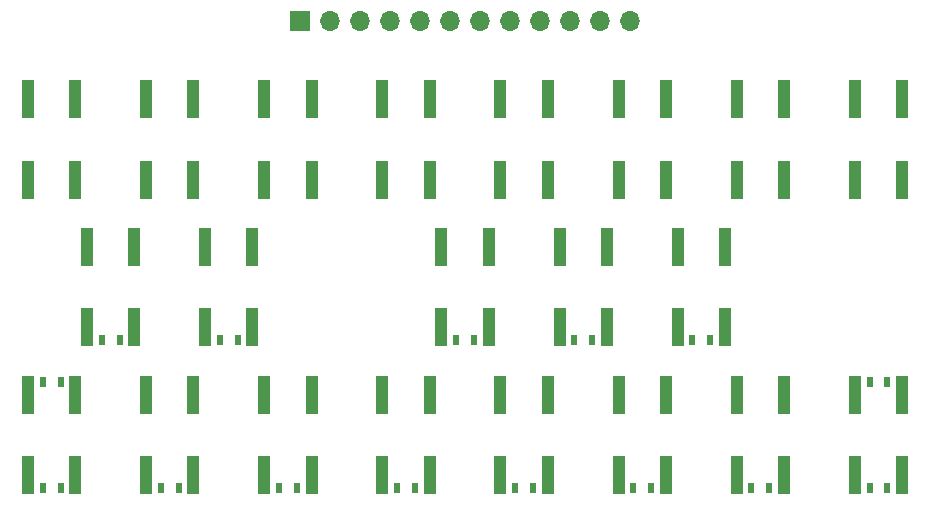
<source format=gbr>
G04 #@! TF.GenerationSoftware,KiCad,Pcbnew,(5.1.5-0-10_14)*
G04 #@! TF.CreationDate,2021-02-06T16:20:19+00:00*
G04 #@! TF.ProjectId,keyboard,6b657962-6f61-4726-942e-6b696361645f,rev?*
G04 #@! TF.SameCoordinates,Original*
G04 #@! TF.FileFunction,Copper,L1,Top*
G04 #@! TF.FilePolarity,Positive*
%FSLAX46Y46*%
G04 Gerber Fmt 4.6, Leading zero omitted, Abs format (unit mm)*
G04 Created by KiCad (PCBNEW (5.1.5-0-10_14)) date 2021-02-06 16:20:19*
%MOMM*%
%LPD*%
G04 APERTURE LIST*
%ADD10O,1.700000X1.700000*%
%ADD11R,1.700000X1.700000*%
%ADD12R,1.000000X3.200000*%
%ADD13R,0.500000X0.900000*%
G04 APERTURE END LIST*
D10*
X165940000Y-82000000D03*
X163400000Y-82000000D03*
X160860000Y-82000000D03*
X158320000Y-82000000D03*
X155780000Y-82000000D03*
X153240000Y-82000000D03*
X150700000Y-82000000D03*
X148160000Y-82000000D03*
X145620000Y-82000000D03*
X143080000Y-82000000D03*
X140540000Y-82000000D03*
D11*
X138000000Y-82000000D03*
D12*
X185000000Y-113600000D03*
X185000000Y-120400000D03*
X189000000Y-113600000D03*
X189000000Y-120400000D03*
X179000000Y-120400000D03*
X179000000Y-113600000D03*
X175000000Y-120400000D03*
X175000000Y-113600000D03*
X174000000Y-107900000D03*
X174000000Y-101100000D03*
X170000000Y-107900000D03*
X170000000Y-101100000D03*
X165000000Y-113600000D03*
X165000000Y-120400000D03*
X169000000Y-113600000D03*
X169000000Y-120400000D03*
X164000000Y-107900000D03*
X164000000Y-101100000D03*
X160000000Y-107900000D03*
X160000000Y-101100000D03*
X155000000Y-113600000D03*
X155000000Y-120400000D03*
X159000000Y-113600000D03*
X159000000Y-120400000D03*
X154000000Y-107900000D03*
X154000000Y-101100000D03*
X150000000Y-107900000D03*
X150000000Y-101100000D03*
X145000000Y-113600000D03*
X145000000Y-120400000D03*
X149000000Y-113600000D03*
X149000000Y-120400000D03*
X139000000Y-120400000D03*
X139000000Y-113600000D03*
X135000000Y-120400000D03*
X135000000Y-113600000D03*
X130000000Y-101100000D03*
X130000000Y-107900000D03*
X134000000Y-101100000D03*
X134000000Y-107900000D03*
X129000000Y-120400000D03*
X129000000Y-113600000D03*
X125000000Y-120400000D03*
X125000000Y-113600000D03*
X120000000Y-101100000D03*
X120000000Y-107900000D03*
X124000000Y-101100000D03*
X124000000Y-107900000D03*
X119000000Y-120400000D03*
X119000000Y-113600000D03*
X115000000Y-120400000D03*
X115000000Y-113600000D03*
X119000000Y-95400000D03*
X119000000Y-88600000D03*
X115000000Y-95400000D03*
X115000000Y-88600000D03*
X125000000Y-88600000D03*
X125000000Y-95400000D03*
X129000000Y-88600000D03*
X129000000Y-95400000D03*
X139000000Y-95400000D03*
X139000000Y-88600000D03*
X135000000Y-95400000D03*
X135000000Y-88600000D03*
X145000000Y-88600000D03*
X145000000Y-95400000D03*
X149000000Y-88600000D03*
X149000000Y-95400000D03*
X159000000Y-95400000D03*
X159000000Y-88600000D03*
X155000000Y-95400000D03*
X155000000Y-88600000D03*
X165000000Y-88600000D03*
X165000000Y-95400000D03*
X169000000Y-88600000D03*
X169000000Y-95400000D03*
X179000000Y-95400000D03*
X179000000Y-88600000D03*
X175000000Y-95400000D03*
X175000000Y-88600000D03*
X185000000Y-88600000D03*
X185000000Y-95400000D03*
X189000000Y-88600000D03*
X189000000Y-95400000D03*
D13*
X117750000Y-121500000D03*
X116250000Y-121500000D03*
X122750000Y-109000000D03*
X121250000Y-109000000D03*
X126250000Y-121500000D03*
X127750000Y-121500000D03*
X132750000Y-109000000D03*
X131250000Y-109000000D03*
X136250000Y-121500000D03*
X137750000Y-121500000D03*
X147750000Y-121500000D03*
X146250000Y-121500000D03*
X151250000Y-109000000D03*
X152750000Y-109000000D03*
X157750000Y-121500000D03*
X156250000Y-121500000D03*
X161250000Y-109000000D03*
X162750000Y-109000000D03*
X167750000Y-121500000D03*
X166250000Y-121500000D03*
X171250000Y-109000000D03*
X172750000Y-109000000D03*
X177750000Y-121500000D03*
X176250000Y-121500000D03*
X186250000Y-121500000D03*
X187750000Y-121500000D03*
X187750000Y-112500000D03*
X186250000Y-112500000D03*
X116250000Y-112500000D03*
X117750000Y-112500000D03*
M02*

</source>
